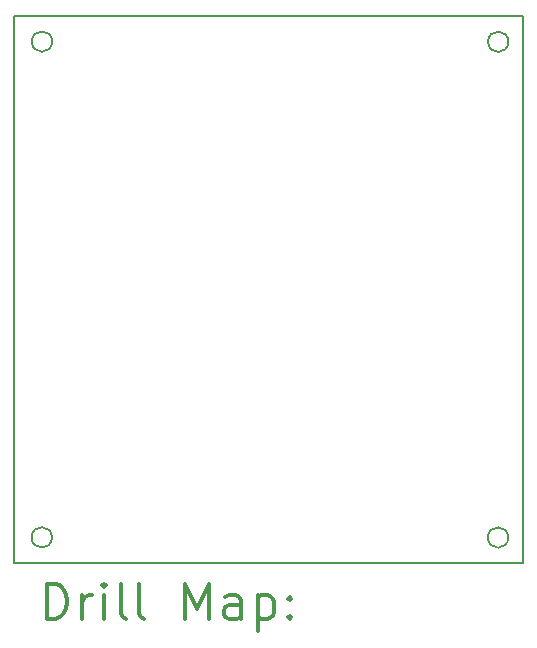
<source format=gbr>
%FSLAX45Y45*%
G04 Gerber Fmt 4.5, Leading zero omitted, Abs format (unit mm)*
G04 Created by KiCad (PCBNEW 5.1.9) date 2021-08-09 17:35:55*
%MOMM*%
%LPD*%
G01*
G04 APERTURE LIST*
%TA.AperFunction,Profile*%
%ADD10C,0.150000*%
%TD*%
%ADD11C,0.200000*%
%ADD12C,0.300000*%
G04 APERTURE END LIST*
D10*
X18278313Y-9899000D02*
G75*
G03*
X18278313Y-9899000I-86313J0D01*
G01*
X14415313Y-9898000D02*
G75*
G03*
X14415313Y-9898000I-86313J0D01*
G01*
X18279313Y-5702000D02*
G75*
G03*
X18279313Y-5702000I-86313J0D01*
G01*
X14416313Y-5700000D02*
G75*
G03*
X14416313Y-5700000I-86313J0D01*
G01*
X18406110Y-10115550D02*
X18403570Y-5483860D01*
X14094460Y-5483860D02*
X14090650Y-10115550D01*
X14090650Y-10115550D02*
X18406110Y-10115550D01*
X18403570Y-5483860D02*
X14094460Y-5483860D01*
D11*
D12*
X14369578Y-10588764D02*
X14369578Y-10288764D01*
X14441007Y-10288764D01*
X14483864Y-10303050D01*
X14512436Y-10331622D01*
X14526721Y-10360193D01*
X14541007Y-10417336D01*
X14541007Y-10460193D01*
X14526721Y-10517336D01*
X14512436Y-10545907D01*
X14483864Y-10574479D01*
X14441007Y-10588764D01*
X14369578Y-10588764D01*
X14669578Y-10588764D02*
X14669578Y-10388764D01*
X14669578Y-10445907D02*
X14683864Y-10417336D01*
X14698150Y-10403050D01*
X14726721Y-10388764D01*
X14755293Y-10388764D01*
X14855293Y-10588764D02*
X14855293Y-10388764D01*
X14855293Y-10288764D02*
X14841007Y-10303050D01*
X14855293Y-10317336D01*
X14869578Y-10303050D01*
X14855293Y-10288764D01*
X14855293Y-10317336D01*
X15041007Y-10588764D02*
X15012436Y-10574479D01*
X14998150Y-10545907D01*
X14998150Y-10288764D01*
X15198150Y-10588764D02*
X15169578Y-10574479D01*
X15155293Y-10545907D01*
X15155293Y-10288764D01*
X15541007Y-10588764D02*
X15541007Y-10288764D01*
X15641007Y-10503050D01*
X15741007Y-10288764D01*
X15741007Y-10588764D01*
X16012436Y-10588764D02*
X16012436Y-10431622D01*
X15998150Y-10403050D01*
X15969578Y-10388764D01*
X15912436Y-10388764D01*
X15883864Y-10403050D01*
X16012436Y-10574479D02*
X15983864Y-10588764D01*
X15912436Y-10588764D01*
X15883864Y-10574479D01*
X15869578Y-10545907D01*
X15869578Y-10517336D01*
X15883864Y-10488764D01*
X15912436Y-10474479D01*
X15983864Y-10474479D01*
X16012436Y-10460193D01*
X16155293Y-10388764D02*
X16155293Y-10688764D01*
X16155293Y-10403050D02*
X16183864Y-10388764D01*
X16241007Y-10388764D01*
X16269578Y-10403050D01*
X16283864Y-10417336D01*
X16298150Y-10445907D01*
X16298150Y-10531622D01*
X16283864Y-10560193D01*
X16269578Y-10574479D01*
X16241007Y-10588764D01*
X16183864Y-10588764D01*
X16155293Y-10574479D01*
X16426721Y-10560193D02*
X16441007Y-10574479D01*
X16426721Y-10588764D01*
X16412436Y-10574479D01*
X16426721Y-10560193D01*
X16426721Y-10588764D01*
X16426721Y-10403050D02*
X16441007Y-10417336D01*
X16426721Y-10431622D01*
X16412436Y-10417336D01*
X16426721Y-10403050D01*
X16426721Y-10431622D01*
M02*

</source>
